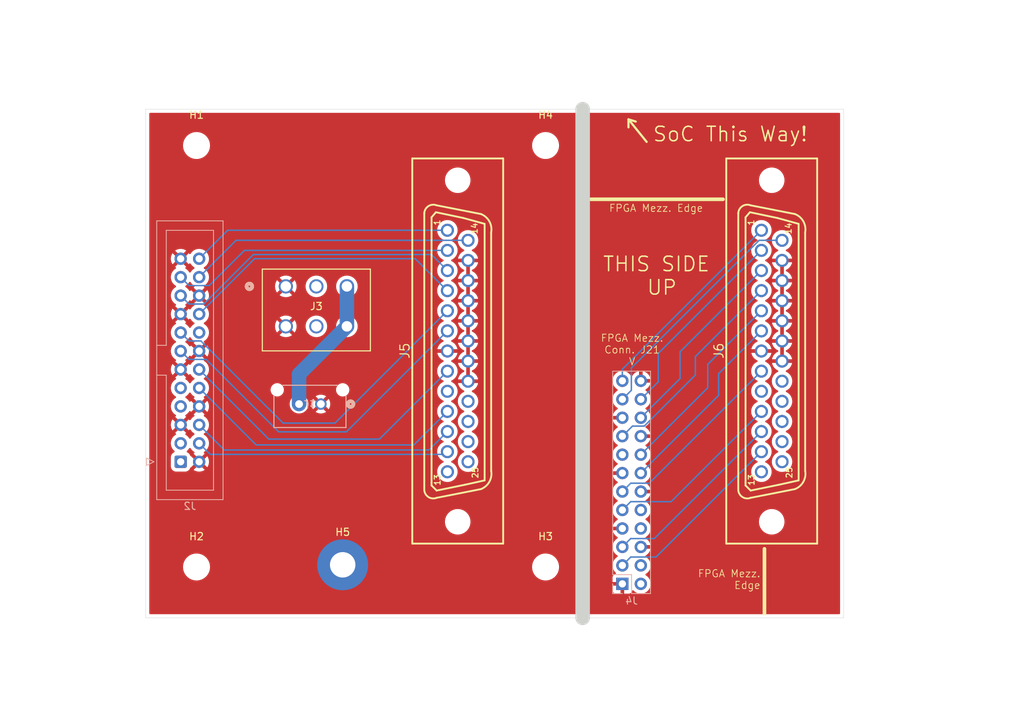
<source format=kicad_pcb>
(kicad_pcb (version 20241229) (generator "pcbnew") (generator_version "9.0")
  (layers (0 "F.Cu" signal) (2 "B.Cu" signal) (13 "F.Paste" user) (15 "B.Paste" user) (5 "F.SilkS" user "F.Silkscreen") (7 "B.SilkS" user "B.Silkscreen") (1 "F.Mask" user) (3 "B.Mask" user) (25 "Edge.Cuts" user))
  (net 0 "")
  (net 1 "GND")
  (net 3 "/Fin_~{CLR}")
  (net 6 "/Fin_S1")
  (net 7 "/Fin_S4")
  (net 8 "/Fin_~{LDAC}")
  (net 11 "/Fin_SCLK")
  (net 12 "/Fin_S3")
  (net 13 "/Fin_S2")
  (net 14 "/Fin_~{RESET}")
  (net 15 "/Fin_S0")
  (net 16 "/Fin_COPI")
  (net 17 "/Fin_CS")
  (net 38 "/supplyP")
  (net 39 "/vcut_S2")
  (net 40 "/vcut_COPI")
  (net 41 "/vcut_SCLK")
  (net 42 "/vcut_~{CLR}")
  (net 43 "/vcut_~{LDAC}")
  (net 44 "/vcut_~{RESET}")
  (net 45 "/vcut_S1")
  (net 46 "/vcut_S3")
  (net 47 "/vcut_CS")
  (net 48 "/vcut_S4")
  (net 49 "/vcut_S0")
  (net 50 "GND_Vcut")
  (footprint "MountingHole:MountingHole_3.2mm_M3" (layer "F.Cu") (at 86 111)
    (property "Reference" "H2" (at 0 -4.2 0) (layer "F.SilkS"))
    (property "Value" "MountingHole")
    (pad "" np_thru_hole circle (at 0 0) (size 3.2 3.2) (drill 3.2) (layers "*.Cu" "*.Mask"))
  )
  (footprint "MountingHole:MountingHole_3.2mm_M3" (layer "F.Cu") (at 134 111)
    (property "Reference" "H3" (at 0 -4.2 0) (layer "F.SilkS"))
    (property "Value" "MountingHole")
    (pad "" np_thru_hole circle (at 0 0) (size 3.2 3.2) (drill 3.2) (layers "*.Cu" "*.Mask"))
  )
  (footprint "MountingHole:MountingHole_3.5mm_Pad" (layer "F.Cu") (at 106.1 110.7)
    (property "Reference" "H5" (at 0 -4.5 0) (layer "F.SilkS"))
    (property "Value" "MountingHole_Pad")
    (pad "1" thru_hole circle (at 0 0) (size 7 7) (drill 3.5) (layers "*.Cu" "*.Mask") (net 1 "GND"))
  )
  (footprint "DS1034-25FUNSI44:DSUB-TH_DS1034-25FUNSI44" (layer "F.Cu") (at 165.1 81.28 90)
    (property "Reference" "J6" (at 0.03015 -7.2719 90) (layer "F.SilkS") (effects (font (size 1.27 1.27))))
    (property "Value" "DB25_Socket")
    (fp_line (start 26.5001 -6.2499) (end -26.4998 -6.2499) (stroke (width 0.254)) (layer "F.SilkS"))
    (fp_line (start 26.5001 -6.2499) (end 26.5001 6.2499) (stroke (width 0.254)) (layer "F.SilkS"))
    (fp_line (start 19 -4.5999) (end -19 -4.5999) (stroke (width 0.254)) (layer "F.SilkS"))
    (fp_line (start 18.4 -3.5999) (end 19.1 -3) (stroke (width 0.254)) (layer "F.SilkS"))
    (fp_line (start -18.1 -3.5992) (end 18.4 -3.5999) (stroke (width 0.254)) (layer "F.SilkS"))
    (fp_line (start -18.4988 -3.5992) (end -18.1 -3.5992) (stroke (width 0.254)) (layer "F.SilkS"))
    (fp_line (start 19.1 -3) (end 18.2999 0.8001) (stroke (width 0.254)) (layer "F.SilkS"))
    (fp_line (start -19.1999 -2.9007) (end -18.4988 -3.5992) (stroke (width 0.254)) (layer "F.SilkS"))
    (fp_line (start 18.2999 0.8001) (end 17.5001 3.7) (stroke (width 0.254)) (layer "F.SilkS"))
    (fp_line (start -18.4 1) (end -19.1999 -2.9007) (stroke (width 0.254)) (layer "F.SilkS"))
    (fp_line (start 18.8488 3.1994) (end 20.0495 -2.9012) (stroke (width 0.254)) (layer "F.SilkS"))
    (fp_line (start -19 3.1999) (end -20.2006 -2.9007) (stroke (width 0.254)) (layer "F.SilkS"))
    (fp_line (start 17.5001 3.7) (end -17.8001 3.7) (stroke (width 0.254)) (layer "F.SilkS"))
    (fp_line (start -17.8001 3.7) (end -18.4 1) (stroke (width 0.254)) (layer "F.SilkS"))
    (fp_line (start 16.2999 4.5999) (end -16.4998 4.5999) (stroke (width 0.254)) (layer "F.SilkS"))
    (fp_line (start -26.4998 6.2499) (end -26.4998 -6.2499) (stroke (width 0.254)) (layer "F.SilkS"))
    (fp_line (start -26.4998 6.2499) (end 26.5001 6.2499) (stroke (width 0.254)) (layer "F.SilkS"))
    (fp_arc (start 18.9489 -4.6005) (mid 19.937002 -4.033988) (end 20.0487 -2.9005) (stroke (width 0.254)) (layer "F.SilkS"))
    (fp_arc (start -20.1999 -2.8999) (mid -20.088225 -4.033504) (end -19.1 -4.5999) (stroke (width 0.254)) (layer "F.SilkS"))
    (fp_arc (start 18.8467 3.2009) (mid 17.846209 4.346526) (end 16.3466 4.6009) (stroke (width 0.254)) (layer "F.SilkS"))
    (fp_arc (start -16.4978 4.6015) (mid -17.997446 4.347136) (end -18.9979 3.2014) (stroke (width 0.254)) (layer "F.SilkS"))
    (fp_text user "13" (at -18.5999 -3.2539 90) (layer "F.SilkS") (effects (font (size 0.8 0.8) (thickness 0.1501)) (justify left top)))
    (fp_text user "25" (at -17.5946 1.9457 90) (layer "F.SilkS") (effects (font (size 0.8 0.8) (thickness 0.1501)) (justify left top)))
    (fp_text user "14" (at 16 1.8462 90) (layer "F.SilkS") (effects (font (size 0.8 0.8) (thickness 0.1501)) (justify left top)))
    (fp_text user "1" (at 17.1983 -3.2943 90) (layer "F.SilkS") (effects (font (size 0.8 0.8) (thickness 0.1501)) (justify left top)))
    (pad "" np_thru_hole circle (at -23.5001 0 90) (size 3 3) (drill 3) (layers "*.Cu" "*.Mask"))
    (pad "" np_thru_hole circle (at 23.5001 0 90) (size 3 3) (drill 3) (layers "*.Cu" "*.Mask"))
    (pad "1" thru_hole oval (at 16.6192 -1.4199 90) (size 1.8 1.8) (drill 1.1998) (layers "*.Cu" "*.Mask") (net 45 "/vcut_S1"))
    (pad "2" thru_hole oval (at 13.8506 -1.4199 90) (size 1.8 1.8) (drill 1.1998) (layers "*.Cu" "*.Mask") (net 39 "/vcut_S2"))
    (pad "3" thru_hole oval (at 11.0795 -1.4199 90) (size 1.8 1.8) (drill 1.1998) (layers "*.Cu" "*.Mask") (net 47 "/vcut_CS"))
    (pad "4" thru_hole oval (at 8.3109 -1.4199 90) (size 1.8 1.8) (drill 1.1998) (layers "*.Cu" "*.Mask") (net 41 "/vcut_SCLK"))
    (pad "5" thru_hole oval (at 5.5397 -1.4199 90) (size 1.8 1.8) (drill 1.1998) (layers "*.Cu" "*.Mask") (net 46 "/vcut_S3"))
    (pad "6" thru_hole oval (at 2.7686 -1.4199 90) (size 1.8 1.8) (drill 1.1998) (layers "*.Cu" "*.Mask") (net 48 "/vcut_S4"))
    (pad "7" thru_hole oval (at 0 -1.4199 90) (size 1.8 1.8) (drill 1.1998) (layers "*.Cu" "*.Mask") (net 50 "GND_Vcut"))
    (pad "8" thru_hole oval (at -2.7711 -1.4199 90) (size 1.8 1.8) (drill 1.1998) (layers "*.Cu" "*.Mask") (net 40 "/vcut_COPI"))
    (pad "9" thru_hole oval (at -5.5397 -1.4201 90) (size 1.8 1.8) (drill 1.1998) (layers "*.Cu" "*.Mask"))
    (pad "10" thru_hole oval (at -8.3109 -1.4199 90) (size 1.8 1.8) (drill 1.1998) (layers "*.Cu" "*.Mask") (net 42 "/vcut_~{CLR}"))
    (pad "11" thru_hole oval (at -11.0795 -1.4199 90) (size 1.8 1.8) (drill 1.1998) (layers "*.Cu" "*.Mask") (net 44 "/vcut_~{RESET}"))
    (pad "12" thru_hole oval (at -13.8506 -1.4199 90) (size 1.8 1.8) (drill 1.1998) (layers "*.Cu" "*.Mask") (net 43 "/vcut_~{LDAC}"))
    (pad "13" thru_hole oval (at -16.6192 -1.4173 90) (size 1.8 1.8) (drill 1.1998) (layers "*.Cu" "*.Mask"))
    (pad "14" thru_hole oval (at 15.2349 1.4201 270) (size 1.8 1.8) (drill 1.1998) (layers "*.Cu" "*.Mask") (net 49 "/vcut_S0"))
    (pad "15" thru_hole oval (at 12.465 1.4201 270) (size 1.8 1.8) (drill 1.1998) (layers "*.Cu" "*.Mask") (net 50 "GND_Vcut"))
    (pad "16" thru_hole oval (at 9.6949 1.4201 270) (size 1.8 1.8) (drill 1.1998) (layers "*.Cu" "*.Mask") (net 50 "GND_Vcut"))
    (pad "17" thru_hole oval (at 6.9251 1.4201 270) (size 1.8 1.8) (drill 1.1998) (layers "*.Cu" "*.Mask") (net 50 "GND_Vcut"))
    (pad "18" thru_hole oval (at 4.1549 1.4201 270) (size 1.8 1.8) (drill 1.1998) (layers "*.Cu" "*.Mask") (net 50 "GND_Vcut"))
    (pad "19" thru_hole oval (at 1.3851 1.4201 270) (size 1.8 1.8) (drill 1.1998) (layers "*.Cu" "*.Mask") (net 50 "GND_Vcut"))
    (pad "20" thru_hole oval (at -1.3851 1.4201 270) (size 1.8 1.8) (drill 1.1998) (layers "*.Cu" "*.Mask") (net 50 "GND_Vcut"))
    (pad "21" thru_hole oval (at -4.1549 1.4201 270) (size 1.8 1.8) (drill 1.1998) (layers "*.Cu" "*.Mask"))
    (pad "22" thru_hole oval (at -6.9251 1.4201 270) (size 1.8 1.8) (drill 1.1998) (layers "*.Cu" "*.Mask"))
    (pad "23" thru_hole oval (at -9.6949 1.4201 270) (size 1.8 1.8) (drill 1.1998) (layers "*.Cu" "*.Mask"))
    (pad "24" thru_hole oval (at -12.465 1.4201 270) (size 1.8 1.8) (drill 1.1998) (layers "*.Cu" "*.Mask"))
    (pad "25" thru_hole oval (at -15.2349 1.4201 270) (size 1.8 1.8) (drill 1.1998) (layers "*.Cu" "*.Mask"))
  )
  (footprint "MountingHole:MountingHole_3.2mm_M3" (layer "F.Cu") (at 134 53)
    (property "Reference" "H4" (at 0 -4.2 0) (layer "F.SilkS"))
    (property "Value" "MountingHole")
    (pad "" np_thru_hole circle (at 0 0) (size 3.2 3.2) (drill 3.2) (layers "*.Cu" "*.Mask"))
  )
  (footprint "MountingHole:MountingHole_3.2mm_M3" (layer "F.Cu") (at 86 53)
    (property "Reference" "H1" (at 0 -4.2 0) (layer "F.SilkS"))
    (property "Value" "MountingHole")
    (pad "" np_thru_hole circle (at 0 0) (size 3.2 3.2) (drill 3.2) (layers "*.Cu" "*.Mask"))
  )
  (footprint "39281063:CONN_SD-5566-002_06_MOL" (layer "F.Cu") (at 98.280002 72.385101)
    (property "Reference" "J3" (at 4.199999 2.75 0) (layer "F.SilkS"))
    (property "Value" "Molex6")
    (fp_line (start -3.229501 -2.377001) (end -3.229501 8.875199) (stroke (width 0.1524)) (layer "F.SilkS"))
    (fp_line (start -3.229501 8.875199) (end 11.629499 8.875199) (stroke (width 0.1524)) (layer "F.SilkS"))
    (fp_line (start 11.629499 -2.377001) (end -3.229501 -2.377001) (stroke (width 0.1524)) (layer "F.SilkS"))
    (fp_line (start 11.629499 8.875199) (end 11.629499 -2.377001) (stroke (width 0.1524)) (layer "F.SilkS"))
    (fp_circle (center -5.007501 0) (end -4.626501 0) (stroke (width 0.508)) (fill no) (layer "F.SilkS"))
    (fp_circle (center -5.007501 0) (end -4.626501 0) (stroke (width 0.508)) (fill no) (layer "B.SilkS"))
    (pad "1" thru_hole circle (at 0 0) (size 1.9558 1.9558) (drill 1.4478) (layers "*.Cu" "*.Mask") (net 1 "GND"))
    (pad "2" thru_hole circle (at 4.199999 0) (size 1.9558 1.9558) (drill 1.4478) (layers "*.Cu" "*.Mask"))
    (pad "3" thru_hole circle (at 8.399998 0) (size 1.9558 1.9558) (drill 1.4478) (layers "*.Cu" "*.Mask") (net 38 "/supplyP"))
    (pad "4" thru_hole circle (at 0 5.499999) (size 1.9558 1.9558) (drill 1.4478) (layers "*.Cu" "*.Mask") (net 1 "GND"))
    (pad "5" thru_hole circle (at 4.199999 5.499999) (size 1.9558 1.9558) (drill 1.4478) (layers "*.Cu" "*.Mask"))
    (pad "6" thru_hole circle (at 8.399998 5.499999) (size 1.9558 1.9558) (drill 1.4478) (layers "*.Cu" "*.Mask") (net 38 "/supplyP"))
  )
  (footprint "DS1034-25FUNSI44:DSUB-TH_DS1034-25FUNSI44" (layer "F.Cu") (at 121.92 81.28 90)
    (property "Reference" "J5" (at 0.03015 -7.2719 90) (layer "F.SilkS") (effects (font (size 1.27 1.27))))
    (property "Value" "DB25_Socket")
    (fp_line (start 26.5001 -6.2499) (end -26.4998 -6.2499) (stroke (width 0.254)) (layer "F.SilkS"))
    (fp_line (start 26.5001 -6.2499) (end 26.5001 6.2499) (stroke (width 0.254)) (layer "F.SilkS"))
    (fp_line (start 19 -4.5999) (end -19 -4.5999) (stroke (width 0.254)) (layer "F.SilkS"))
    (fp_line (start 18.4 -3.5999) (end 19.1 -3) (stroke (width 0.254)) (layer "F.SilkS"))
    (fp_line (start -18.1 -3.5992) (end 18.4 -3.5999) (stroke (width 0.254)) (layer "F.SilkS"))
    (fp_line (start -18.4988 -3.5992) (end -18.1 -3.5992) (stroke (width 0.254)) (layer "F.SilkS"))
    (fp_line (start 19.1 -3) (end 18.2999 0.8001) (stroke (width 0.254)) (layer "F.SilkS"))
    (fp_line (start -19.1999 -2.9007) (end -18.4988 -3.5992) (stroke (width 0.254)) (layer "F.SilkS"))
    (fp_line (start 18.2999 0.8001) (end 17.5001 3.7) (stroke (width 0.254)) (layer "F.SilkS"))
    (fp_line (start -18.4 1) (end -19.1999 -2.9007) (stroke (width 0.254)) (layer "F.SilkS"))
    (fp_line (start 18.8488 3.1994) (end 20.0495 -2.9012) (stroke (width 0.254)) (layer "F.SilkS"))
    (fp_line (start -19 3.1999) (end -20.2006 -2.9007) (stroke (width 0.254)) (layer "F.SilkS"))
    (fp_line (start 17.5001 3.7) (end -17.8001 3.7) (stroke (width 0.254)) (layer "F.SilkS"))
    (fp_line (start -17.8001 3.7) (end -18.4 1) (stroke (width 0.254)) (layer "F.SilkS"))
    (fp_line (start 16.2999 4.5999) (end -16.4998 4.5999) (stroke (width 0.254)) (layer "F.SilkS"))
    (fp_line (start -26.4998 6.2499) (end -26.4998 -6.2499) (stroke (width 0.254)) (layer "F.SilkS"))
    (fp_line (start -26.4998 6.2499) (end 26.5001 6.2499) (stroke (width 0.254)) (layer "F.SilkS"))
    (fp_arc (start 18.9489 -4.6005) (mid 19.937002 -4.033988) (end 20.0487 -2.9005) (stroke (width 0.254)) (layer "F.SilkS"))
    (fp_arc (start -20.1999 -2.8999) (mid -20.088225 -4.033504) (end -19.1 -4.5999) (stroke (width 0.254)) (layer "F.SilkS"))
    (fp_arc (start 18.8467 3.2009) (mid 17.846209 4.346526) (end 16.3466 4.6009) (stroke (width 0.254)) (layer "F.SilkS"))
    (fp_arc (start -16.4978 4.6015) (mid -17.997446 4.347136) (end -18.9979 3.2014) (stroke (width 0.254)) (layer "F.SilkS"))
    (fp_text user "1" (at 17.1983 -3.2943 90) (layer "F.SilkS") (effects (font (size 0.8 0.8) (thickness 0.1501)) (justify left top)))
    (fp_text user "25" (at -17.5946 1.9457 90) (layer "F.SilkS") (effects (font (size 0.8 0.8) (thickness 0.1501)) (justify left top)))
    (fp_text user "13" (at -18.5999 -3.2539 90) (layer "F.SilkS") (effects (font (size 0.8 0.8) (thickness 0.1501)) (justify left top)))
    (fp_text user "14" (at 16 1.8462 90) (layer "F.SilkS") (effects (font (size 0.8 0.8) (thickness 0.1501)) (justify left top)))
    (pad "" np_thru_hole circle (at -23.5001 0 90) (size 3 3) (drill 3) (layers "*.Cu" "*.Mask"))
    (pad "" np_thru_hole circle (at 23.5001 0 90) (size 3 3) (drill 3) (layers "*.Cu" "*.Mask"))
    (pad "1" thru_hole oval (at 16.6192 -1.4199 90) (size 1.8 1.8) (drill 1.1998) (layers "*.Cu" "*.Mask") (net 6 "/Fin_S1"))
    (pad "2" thru_hole oval (at 13.8506 -1.4199 90) (size 1.8 1.8) (drill 1.1998) (layers "*.Cu" "*.Mask") (net 13 "/Fin_S2"))
    (pad "3" thru_hole oval (at 11.0795 -1.4199 90) (size 1.8 1.8) (drill 1.1998) (layers "*.Cu" "*.Mask") (net 17 "/Fin_CS"))
    (pad "4" thru_hole oval (at 8.3109 -1.4199 90) (size 1.8 1.8) (drill 1.1998) (layers "*.Cu" "*.Mask") (net 11 "/Fin_SCLK"))
    (pad "5" thru_hole oval (at 5.5397 -1.4199 90) (size 1.8 1.8) (drill 1.1998) (layers "*.Cu" "*.Mask") (net 12 "/Fin_S3"))
    (pad "6" thru_hole oval (at 2.7686 -1.4199 90) (size 1.8 1.8) (drill 1.1998) (layers "*.Cu" "*.Mask") (net 7 "/Fin_S4"))
    (pad "7" thru_hole oval (at 0 -1.4199 90) (size 1.8 1.8) (drill 1.1998) (layers "*.Cu" "*.Mask") (net 1 "GND"))
    (pad "8" thru_hole oval (at -2.7711 -1.4199 90) (size 1.8 1.8) (drill 1.1998) (layers "*.Cu" "*.Mask") (net 16 "/Fin_COPI"))
    (pad "9" thru_hole oval (at -5.5397 -1.4201 90) (size 1.8 1.8) (drill 1.1998) (layers "*.Cu" "*.Mask"))
    (pad "10" thru_hole oval (at -8.3109 -1.4199 90) (size 1.8 1.8) (drill 1.1998) (layers "*.Cu" "*.Mask") (net 3 "/Fin_~{CLR}"))
    (pad "11" thru_hole oval (at -11.0795 -1.4199 90) (size 1.8 1.8) (drill 1.1998) (layers "*.Cu" "*.Mask") (net 14 "/Fin_~{RESET}"))
    (pad "12" thru_hole oval (at -13.8506 -1.4199 90) (size 1.8 1.8) (drill 1.1998) (layers "*.Cu" "*.Mask") (net 8 "/Fin_~{LDAC}"))
    (pad "13" thru_hole oval (at -16.6192 -1.4173 90) (size 1.8 1.8) (drill 1.1998) (layers "*.Cu" "*.Mask"))
    (pad "14" thru_hole oval (at 15.2349 1.4201 270) (size 1.8 1.8) (drill 1.1998) (layers "*.Cu" "*.Mask") (net 15 "/Fin_S0"))
    (pad "15" thru_hole oval (at 12.465 1.4201 270) (size 1.8 1.8) (drill 1.1998) (layers "*.Cu" "*.Mask") (net 1 "GND"))
    (pad "16" thru_hole oval (at 9.6949 1.4201 270) (size 1.8 1.8) (drill 1.1998) (layers "*.Cu" "*.Mask") (net 1 "GND"))
    (pad "17" thru_hole oval (at 6.9251 1.4201 270) (size 1.8 1.8) (drill 1.1998) (layers "*.Cu" "*.Mask") (net 1 "GND"))
    (pad "18" thru_hole oval (at 4.1549 1.4201 270) (size 1.8 1.8) (drill 1.1998) (layers "*.Cu" "*.Mask") (net 1 "GND"))
    (pad "19" thru_hole oval (at 1.3851 1.4201 270) (size 1.8 1.8) (drill 1.1998) (layers "*.Cu" "*.Mask") (net 1 "GND"))
    (pad "20" thru_hole oval (at -1.3851 1.4201 270) (size 1.8 1.8) (drill 1.1998) (layers "*.Cu" "*.Mask") (net 1 "GND"))
    (pad "21" thru_hole oval (at -4.1549 1.4201 270) (size 1.8 1.8) (drill 1.1998) (layers "*.Cu" "*.Mask") (net 1 "GND"))
    (pad "22" thru_hole oval (at -6.9251 1.4201 270) (size 1.8 1.8) (drill 1.1998) (layers "*.Cu" "*.Mask"))
    (pad "23" thru_hole oval (at -9.6949 1.4201 270) (size 1.8 1.8) (drill 1.1998) (layers "*.Cu" "*.Mask"))
    (pad "24" thru_hole oval (at -12.465 1.4201 270) (size 1.8 1.8) (drill 1.1998) (layers "*.Cu" "*.Mask"))
    (pad "25" thru_hole oval (at -15.2349 1.4201 270) (size 1.8 1.8) (drill 1.1998) (layers "*.Cu" "*.Mask"))
  )
  (footprint "Connector_IDC:IDC-Header_2x12_P2.54mm_Vertical" (layer "B.Cu") (at 83.82 96.52)
    (property "Reference" "J2" (at 1.27 6.1 180) (layer "B.SilkS") (effects (justify mirror)))
    (property "Value" "Conn_02x12_Odd_Even")
    (fp_line (start -4.68 -0.5) (end -3.68 0) (stroke (width 0.12)) (layer "B.SilkS"))
    (fp_line (start -4.68 0.5) (end -4.68 -0.5) (stroke (width 0.12)) (layer "B.SilkS"))
    (fp_line (start -3.68 0) (end -4.68 0.5) (stroke (width 0.12)) (layer "B.SilkS"))
    (fp_line (start -3.29 -33.15) (end -3.29 5.21) (stroke (width 0.12)) (layer "B.SilkS"))
    (fp_line (start -3.29 -11.92) (end -1.98 -11.92) (stroke (width 0.12)) (layer "B.SilkS"))
    (fp_line (start -3.29 5.21) (end 5.83 5.21) (stroke (width 0.12)) (layer "B.SilkS"))
    (fp_line (start -1.98 -31.85) (end -1.98 -16.02) (stroke (width 0.12)) (layer "B.SilkS"))
    (fp_line (start -1.98 -16.02) (end -3.29 -16.02) (stroke (width 0.12)) (layer "B.SilkS"))
    (fp_line (start -1.98 -16.02) (end -1.98 -16.02) (stroke (width 0.12)) (layer "B.SilkS"))
    (fp_line (start -1.98 -11.92) (end -1.98 3.91) (stroke (width 0.12)) (layer "B.SilkS"))
    (fp_line (start -1.98 3.91) (end 4.52 3.91) (stroke (width 0.12)) (layer "B.SilkS"))
    (fp_line (start 4.52 -31.85) (end -1.98 -31.85) (stroke (width 0.12)) (layer "B.SilkS"))
    (fp_line (start 4.52 3.91) (end 4.52 -31.85) (stroke (width 0.12)) (layer "B.SilkS"))
    (fp_line (start 5.83 -33.15) (end -3.29 -33.15) (stroke (width 0.12)) (layer "B.SilkS"))
    (fp_line (start 5.83 5.21) (end 5.83 -33.15) (stroke (width 0.12)) (layer "B.SilkS"))
    (pad "1" thru_hole roundrect (at 0 0) (size 1.7 1.7) (drill 1) (layers "*.Cu" "*.Mask") (roundrect_rratio 0.147059))
    (pad "2" thru_hole circle (at 2.54 0) (size 1.7 1.7) (drill 1) (layers "*.Cu" "*.Mask") (net 1 "GND"))
    (pad "3" thru_hole circle (at 0 -2.54) (size 1.7 1.7) (drill 1) (layers "*.Cu" "*.Mask"))
    (pad "4" thru_hole circle (at 2.54 -2.54) (size 1.7 1.7) (drill 1) (layers "*.Cu" "*.Mask") (net 8 "/Fin_~{LDAC}"))
    (pad "5" thru_hole circle (at 0 -5.08) (size 1.7 1.7) (drill 1) (layers "*.Cu" "*.Mask") (net 1 "GND"))
    (pad "6" thru_hole circle (at 2.54 -5.08) (size 1.7 1.7) (drill 1) (layers "*.Cu" "*.Mask") (net 14 "/Fin_~{RESET}"))
    (pad "7" thru_hole circle (at 0 -7.62) (size 1.7 1.7) (drill 1) (layers "*.Cu" "*.Mask"))
    (pad "8" thru_hole circle (at 2.54 -7.62) (size 1.7 1.7) (drill 1) (layers "*.Cu" "*.Mask") (net 1 "GND"))
    (pad "9" thru_hole circle (at 0 -10.16) (size 1.7 1.7) (drill 1) (layers "*.Cu" "*.Mask"))
    (pad "10" thru_hole circle (at 2.54 -10.16) (size 1.7 1.7) (drill 1) (layers "*.Cu" "*.Mask") (net 3 "/Fin_~{CLR}"))
    (pad "11" thru_hole circle (at 0 -12.7) (size 1.7 1.7) (drill 1) (layers "*.Cu" "*.Mask") (net 1 "GND"))
    (pad "12" thru_hole circle (at 2.54 -12.7) (size 1.7 1.7) (drill 1) (layers "*.Cu" "*.Mask") (net 16 "/Fin_COPI"))
    (pad "13" thru_hole circle (at 0 -15.24) (size 1.7 1.7) (drill 1) (layers "*.Cu" "*.Mask") (net 7 "/Fin_S4"))
    (pad "14" thru_hole circle (at 2.54 -15.24) (size 1.7 1.7) (drill 1) (layers "*.Cu" "*.Mask") (net 1 "GND"))
    (pad "15" thru_hole circle (at 0 -17.78) (size 1.7 1.7) (drill 1) (layers "*.Cu" "*.Mask") (net 12 "/Fin_S3"))
    (pad "16" thru_hole circle (at 2.54 -17.78) (size 1.7 1.7) (drill 1) (layers "*.Cu" "*.Mask"))
    (pad "17" thru_hole circle (at 0 -20.32) (size 1.7 1.7) (drill 1) (layers "*.Cu" "*.Mask") (net 1 "GND"))
    (pad "18" thru_hole circle (at 2.54 -20.32) (size 1.7 1.7) (drill 1) (layers "*.Cu" "*.Mask") (net 11 "/Fin_SCLK"))
    (pad "19" thru_hole circle (at 0 -22.86) (size 1.7 1.7) (drill 1) (layers "*.Cu" "*.Mask") (net 17 "/Fin_CS"))
    (pad "20" thru_hole circle (at 2.54 -22.86) (size 1.7 1.7) (drill 1) (layers "*.Cu" "*.Mask") (net 1 "GND"))
    (pad "21" thru_hole circle (at 0 -25.4) (size 1.7 1.7) (drill 1) (layers "*.Cu" "*.Mask") (net 13 "/Fin_S2"))
    (pad "22" thru_hole circle (at 2.54 -25.4) (size 1.7 1.7) (drill 1) (layers "*.Cu" "*.Mask") (net 15 "/Fin_S0"))
    (pad "23" thru_hole circle (at 0 -27.94) (size 1.7 1.7) (drill 1) (layers "*.Cu" "*.Mask") (net 1 "GND"))
    (pad "24" thru_hole circle (at 2.54 -27.94) (size 1.7 1.7) (drill 1) (layers "*.Cu" "*.Mask") (net 6 "/Fin_S1"))
  )
  (footprint "Connector_PinHeader_2.54mm:PinHeader_2x12_P2.54mm_Vertical" (layer "B.Cu") (at 144.56 113.32)
    (property "Reference" "J4" (at 1.27 2.33 180) (layer "B.SilkS") (effects (justify mirror)))
    (property "Value" "Conn_02x12_Odd_Even")
    (fp_line (start -1.33 -29.27) (end 3.87 -29.27) (stroke (width 0.12)) (layer "B.SilkS"))
    (fp_line (start -1.33 -1.27) (end -1.33 -29.27) (stroke (width 0.12)) (layer "B.SilkS"))
    (fp_line (start -1.33 -1.27) (end 1.27 -1.27) (stroke (width 0.12)) (layer "B.SilkS"))
    (fp_line (start -1.33 0) (end -1.33 1.33) (stroke (width 0.12)) (layer "B.SilkS"))
    (fp_line (start -1.33 1.33) (end 0 1.33) (stroke (width 0.12)) (layer "B.SilkS"))
    (fp_line (start 1.27 -1.27) (end 1.27 1.33) (stroke (width 0.12)) (layer "B.SilkS"))
    (fp_line (start 1.27 1.33) (end 3.87 1.33) (stroke (width 0.12)) (layer "B.SilkS"))
    (fp_line (start 3.87 1.33) (end 3.87 -29.27) (stroke (width 0.12)) (layer "B.SilkS"))
    (pad "1" thru_hole rect (at 0 0) (size 1.7 1.7) (drill 1) (layers "*.Cu" "*.Mask") (net 50 "GND_Vcut"))
    (pad "2" thru_hole oval (at 2.54 0) (size 1.7 1.7) (drill 1) (layers "*.Cu" "*.Mask"))
    (pad "3" thru_hole oval (at 0 -2.54) (size 1.7 1.7) (drill 1) (layers "*.Cu" "*.Mask") (net 43 "/vcut_~{LDAC}"))
    (pad "4" thru_hole oval (at 2.54 -2.54) (size 1.7 1.7) (drill 1) (layers "*.Cu" "*.Mask"))
    (pad "5" thru_hole oval (at 0 -5.08) (size 1.7 1.7) (drill 1) (layers "*.Cu" "*.Mask") (net 44 "/vcut_~{RESET}"))
    (pad "6" thru_hole oval (at 2.54 -5.08) (size 1.7 1.7) (drill 1) (layers "*.Cu" "*.Mask") (net 50 "GND_Vcut"))
    (pad "7" thru_hole oval (at 0 -7.62) (size 1.7 1.7) (drill 1) (layers "*.Cu" "*.Mask") (net 50 "GND_Vcut"))
    (pad "8" thru_hole oval (at 2.54 -7.62) (size 1.7 1.7) (drill 1) (layers "*.Cu" "*.Mask"))
    (pad "9" thru_hole oval (at 0 -10.16) (size 1.7 1.7) (drill 1) (layers "*.Cu" "*.Mask") (net 42 "/vcut_~{CLR}"))
    (pad "10" thru_hole oval (at 2.54 -10.16) (size 1.7 1.7) (drill 1) (layers "*.Cu" "*.Mask"))
    (pad "11" thru_hole oval (at 0 -12.7) (size 1.7 1.7) (drill 1) (layers "*.Cu" "*.Mask") (net 40 "/vcut_COPI"))
    (pad "12" thru_hole oval (at 2.54 -12.7) (size 1.7 1.7) (drill 1) (layers "*.Cu" "*.Mask") (net 50 "GND_Vcut"))
    (pad "13" thru_hole oval (at 0 -15.24) (size 1.7 1.7) (drill 1) (layers "*.Cu" "*.Mask") (net 50 "GND_Vcut"))
    (pad "14" thru_hole oval (at 2.54 -15.24) (size 1.7 1.7) (drill 1) (layers "*.Cu" "*.Mask") (net 48 "/vcut_S4"))
    (pad "15" thru_hole oval (at 0 -17.78) (size 1.7 1.7) (drill 1) (layers "*.Cu" "*.Mask"))
    (pad "16" thru_hole oval (at 2.54 -17.78) (size 1.7 1.7) (drill 1) (layers "*.Cu" "*.Mask") (net 46 "/vcut_S3"))
    (pad "17" thru_hole oval (at 0 -20.32) (size 1.7 1.7) (drill 1) (layers "*.Cu" "*.Mask") (net 41 "/vcut_SCLK"))
    (pad "18" thru_hole oval (at 2.54 -20.32) (size 1.7 1.7) (drill 1) (layers "*.Cu" "*.Mask") (net 50 "GND_Vcut"))
    (pad "19" thru_hole oval (at 0 -22.86) (size 1.7 1.7) (drill 1) (layers "*.Cu" "*.Mask") (net 50 "GND_Vcut"))
    (pad "20" thru_hole oval (at 2.54 -22.86) (size 1.7 1.7) (drill 1) (layers "*.Cu" "*.Mask") (net 47 "/vcut_CS"))
    (pad "21" thru_hole oval (at 0 -25.4) (size 1.7 1.7) (drill 1) (layers "*.Cu" "*.Mask") (net 49 "/vcut_S0"))
    (pad "22" thru_hole oval (at 2.54 -25.4) (size 1.7 1.7) (drill 1) (layers "*.Cu" "*.Mask") (net 39 "/vcut_S2"))
    (pad "23" thru_hole oval (at 0 -27.94) (size 1.7 1.7) (drill 1) (layers "*.Cu" "*.Mask") (net 45 "/vcut_S1"))
    (pad "24" thru_hole oval (at 2.54 -27.94) (size 1.7 1.7) (drill 1) (layers "*.Cu" "*.Mask") (net 50 "GND_Vcut"))
  )
  (footprint "ul_436500215:CONN_SD-43650-006_02_MOL" (layer "B.Cu") (at 101.6 88.9)
    (property "Reference" "J1" (at 0 -0.318699 180) (layer "B.SilkS") (effects (justify mirror)))
    (property "Value" "Molex Microfit")
    (fp_circle (center 5.588 -0.318699) (end 5.969 -0.318699) (stroke (width 0.508)) (fill no) (layer "F.SilkS"))
    (fp_line (start -4.953 2.9083) (end -4.953 -1.394892) (stroke (width 0.1524)) (layer "B.SilkS"))
    (fp_line (start -3.731929 -2.9083) (end 3.731929 -2.9083) (stroke (width 0.1524)) (layer "B.SilkS"))
    (fp_line (start 4.953 -1.394892) (end 4.953 2.9083) (stroke (width 0.1524)) (layer "B.SilkS"))
    (fp_line (start 4.953 2.9083) (end -4.953 2.9083) (stroke (width 0.1524)) (layer "B.SilkS"))
    (fp_circle (center 5.588 -0.318699) (end 5.969 -0.318699) (stroke (width 0.508)) (fill no) (layer "B.SilkS"))
    (pad "" np_thru_hole circle (at -4.499999 -2.2787) (size 1.3208 1.3208) (drill 1.3208) (layers "*.Cu" "*.Mask"))
    (pad "" np_thru_hole circle (at 4.499999 -2.2787) (size 1.3208 1.3208) (drill 1.3208) (layers "*.Cu" "*.Mask"))
    (pad "1" thru_hole circle (at 1.5 -0.318699) (size 1.5748 1.5748) (drill 1.0668) (layers "*.Cu" "*.Mask") (net 1 "GND"))
    (pad "2" thru_hole circle (at -1.5 -0.318699) (size 1.5748 1.5748) (drill 1.0668) (layers "*.Cu" "*.Mask") (net 38 "/supplyP"))
  )
  (gr_line (start 164.1 117.4) (end 164.1 108.5) (stroke (width 0.5)) (layer "F.SilkS"))
  (gr_line (start 145.4 49.4) (end 146.4 49.7) (stroke (width 0.3)) (layer "F.SilkS"))
  (gr_line (start 145.4 49.4) (end 145.4 50.5) (stroke (width 0.3)) (layer "F.SilkS"))
  (gr_line (start 147.9 52.5) (end 145.4 49.4) (stroke (width 0.3)) (layer "F.SilkS"))
  (gr_line (start 140.2 60.4) (end 158.4 60.4) (stroke (width 0.5)) (layer "F.SilkS"))
  (gr_rect (start 79 48) (end 175 118) (stroke (width 0.05)) (fill no) (layer "Edge.Cuts"))
  (gr_line (start 139.1 118) (end 139.1 48) (stroke (width 2)) (layer "Edge.Cuts"))
  (gr_text "FPGA Mezz. Edge" (at 149.2 62.2 0) (layer "F.SilkS") (effects (font (size 1 1) (thickness 0.1)) (justify bottom)))
  (gr_text "FPGA Mezz.\nConn. J21\nV" (at 145.9 83.3 0) (layer "F.SilkS") (effects (font (size 1 1) (thickness 0.1)) (justify bottom)))
  (gr_text "FPGA Mezz.\nEdge" (at 163.6 114.1 0) (layer "F.SilkS") (effects (font (size 1 1) (thickness 0.1)) (justify right bottom)))
  (gr_text "SoC This Way!" (at 159.4 52.6 0) (layer "F.SilkS") (effects (font (size 2 2) (thickness 0.2)) (justify bottom)))
  (gr_text "THIS SIDE \nUP" (at 150 73.7 0) (layer "F.SilkS") (effects (font (size 2 2) (thickness 0.2)) (justify bottom)))
  (segment (start 86.36 86.36) (end 94.2 94.2) (width 0.2) (layer "B.Cu") (net 3))
  (segment (start 115.891 94.2) (end 120.5001 89.5909) (width 0.2) (layer "B.Cu") (net 3))
  (segment (start 94.2 94.2) (end 115.891 94.2) (width 0.2) (layer "B.Cu") (net 3))
  (segment (start 90.2792 64.6608) (end 120.5001 64.6608) (width 0.2) (layer "B.Cu") (net 6))
  (segment (start 86.36 68.58) (end 90.2792 64.6608) (width 0.2) (layer "B.Cu") (net 6))
  (segment (start 84.971 82.431) (end 87.329449 82.431) (width 0.2) (layer "B.Cu") (net 7))
  (segment (start 97.298449 92.4) (end 106.6115 92.4) (width 0.2) (layer "B.Cu") (net 7))
  (segment (start 83.82 81.28) (end 84.971 82.431) (width 0.2) (layer "B.Cu") (net 7))
  (segment (start 106.6115 92.4) (end 120.5001 78.5114) (width 0.2) (layer "B.Cu") (net 7))
  (segment (start 87.329449 82.431) (end 97.298449 92.4) (width 0.2) (layer "B.Cu") (net 7))
  (segment (start 87.88 95.5) (end 86.36 93.98) (width 0.2) (layer "B.Cu") (net 8))
  (segment (start 120.5001 95.1306) (end 120.1307 95.5) (width 0.2) (layer "B.Cu") (net 8))
  (segment (start 120.1307 95.5) (end 87.88 95.5) (width 0.2) (layer "B.Cu") (net 8))
  (segment (start 86.36 76.2) (end 93.98 68.58) (width 0.2) (layer "B.Cu") (net 11))
  (segment (start 120.4691 72.9691) (end 120.5001 72.9691) (width 0.2) (layer "B.Cu") (net 11))
  (segment (start 93.98 68.58) (end 116.08 68.58) (width 0.2) (layer "B.Cu") (net 11))
  (segment (start 116.08 68.58) (end 120.4691 72.9691) (width 0.2) (layer "B.Cu") (net 11))
  (segment (start 86.59876 79.891) (end 97.90776 91.2) (width 0.2) (layer "B.Cu") (net 12))
  (segment (start 97.90776 91.2) (end 105.0404 91.2) (width 0.2) (layer "B.Cu") (net 12))
  (segment (start 84.971 79.891) (end 86.59876 79.891) (width 0.2) (layer "B.Cu") (net 12))
  (segment (start 83.82 78.74) (end 84.971 79.891) (width 0.2) (layer "B.Cu") (net 12))
  (segment (start 105.0404 91.2) (end 120.5001 75.7403) (width 0.2) (layer "B.Cu") (net 12))
  (segment (start 87.749 72.271) (end 92.5906 67.4294) (width 0.2) (layer "B.Cu") (net 13))
  (segment (start 92.5906 67.4294) (end 120.5001 67.4294) (width 0.2) (layer "B.Cu") (net 13))
  (segment (start 83.82 71.12) (end 84.971 72.271) (width 0.2) (layer "B.Cu") (net 13))
  (segment (start 84.971 72.271) (end 87.749 72.271) (width 0.2) (layer "B.Cu") (net 13))
  (segment (start 117.9596 94.9) (end 120.5001 92.3595) (width 0.2) (layer "B.Cu") (net 14))
  (segment (start 86.36 91.44) (end 89.82 94.9) (width 0.2) (layer "B.Cu") (net 14))
  (segment (start 89.82 94.9) (end 117.9596 94.9) (width 0.2) (layer "B.Cu") (net 14))
  (segment (start 123.3401 66.0451) (end 91.4349 66.0451) (width 0.2) (layer "B.Cu") (net 15))
  (segment (start 91.4349 66.0451) (end 86.36 71.12) (width 0.2) (layer "B.Cu") (net 15))
  (segment (start 111.1512 93.4) (end 120.5001 84.0511) (width 0.2) (layer "B.Cu") (net 16))
  (segment (start 95.94 93.4) (end 111.1512 93.4) (width 0.2) (layer "B.Cu") (net 16))
  (segment (start 86.36 83.82) (end 95.94 93.4) (width 0.2) (layer "B.Cu") (net 16))
  (segment (start 93.8104 68) (end 86.9994 74.811) (width 0.2) (layer "B.Cu") (net 17))
  (segment (start 86.9994 74.811) (end 84.971 74.811) (width 0.2) (layer "B.Cu") (net 17))
  (segment (start 118.2996 68) (end 93.8104 68) (width 0.2) (layer "B.Cu") (net 17))
  (segment (start 120.5001 70.2005) (end 118.2996 68) (width 0.2) (layer "B.Cu") (net 17))
  (segment (start 84.971 74.811) (end 83.82 73.66) (width 0.2) (layer "B.Cu") (net 17))
  (segment (start 106.68 77.8851) (end 106.68 72.385101) (width 2) (layer "B.Cu") (net 38))
  (segment (start 100.1 88.581301) (end 100.1 84.4651) (width 2) (layer "B.Cu") (net 38))
  (segment (start 100.1 84.4651) (end 106.68 77.8851) (width 2) (layer "B.Cu") (net 38))
  (segment (start 149.5 85.52) (end 149.5 81.6095) (width 0.2) (layer "B.Cu") (net 39))
  (segment (start 149.5 81.6095) (end 163.6801 67.4294) (width 0.2) (layer "B.Cu") (net 39))
  (segment (start 147.1 87.92) (end 149.5 85.52) (width 0.2) (layer "B.Cu") (net 39))
  (segment (start 145.711 99.469) (end 148.2622 99.469) (width 0.2) (layer "B.Cu") (net 40))
  (segment (start 148.2622 99.469) (end 163.6801 84.0511) (width 0.2) (layer "B.Cu") (net 40))
  (segment (start 144.56 100.62) (end 145.711 99.469) (width 0.2) (layer "B.Cu") (net 40))
  (segment (start 147.57676 91.611) (end 154.598 84.58976) (width 0.2) (layer "B.Cu") (net 41))
  (segment (start 145.949 91.611) (end 147.57676 91.611) (width 0.2) (layer "B.Cu") (net 41))
  (segment (start 154.598 84.58976) (end 154.598 82.0512) (width 0.2) (layer "B.Cu") (net 41))
  (segment (start 144.56 93) (end 145.949 91.611) (width 0.2) (layer "B.Cu") (net 41))
  (segment (start 154.598 82.0512) (end 163.6801 72.9691) (width 0.2) (layer "B.Cu") (net 41))
  (segment (start 151.262 102.009) (end 163.6801 89.5909) (width 0.2) (layer "B.Cu") (net 42))
  (segment (start 144.56 103.16) (end 145.711 102.009) (width 0.2) (layer "B.Cu") (net 42))
  (segment (start 145.711 102.009) (end 151.262 102.009) (width 0.2) (layer "B.Cu") (net 42))
  (segment (start 144.56 110.78) (end 145.711 109.629) (width 0.2) (layer "B.Cu") (net 43))
  (segment (start 149.1817 109.629) (end 163.6801 95.1306) (width 0.2) (layer "B.Cu") (net 43))
  (segment (start 145.711 109.629) (end 149.1817 109.629) (width 0.2) (layer "B.Cu") (net 43))
  (segment (start 145.711 107.089) (end 148.9506 107.089) (width 0.2) (layer "B.Cu") (net 44))
  (segment (start 144.56 108.24) (end 145.711 107.089) (width 0.2) (layer "B.Cu") (net 44))
  (segment (start 148.9506 107.089) (end 163.6801 92.3595) (width 0.2) (layer "B.Cu") (net 44))
  (segment (start 144.56 85.38) (end 144.56 83.7809) (width 0.2) (layer "B.Cu") (net 45))
  (segment (start 144.56 83.7809) (end 163.6801 64.6608) (width 0.2) (layer "B.Cu") (net 45))
  (segment (start 147.1 95.54) (end 156.3 86.34) (width 0.2) (layer "B.Cu") (net 46))
  (segment (start 156.3 86.34) (end 156.3 83.1204) (width 0.2) (layer "B.Cu") (net 46))
  (segment (start 156.3 83.1204) (end 163.6801 75.7403) (width 0.2) (layer "B.Cu") (net 46))
  (segment (start 152.5 85.06) (end 152.5 81.3806) (width 0.2) (layer "B.Cu") (net 47))
  (segment (start 152.5 81.3806) (end 163.6801 70.2005) (width 0.2) (layer "B.Cu") (net 47))
  (segment (start 147.1 90.46) (end 152.5 85.06) (width 0.2) (layer "B.Cu") (net 47))
  (segment (start 157.8 87.38) (end 157.8 84.3915) (width 0.2) (layer "B.Cu") (net 48))
  (segment (start 147.1 98.08) (end 157.8 87.38) (width 0.2) (layer "B.Cu") (net 48))
  (segment (start 157.8 84.3915) (end 163.6801 78.5114) (width 0.2) (layer "B.Cu") (net 48))
  (segment (start 145.8 86.68) (end 145.8 83.611029) (width 0.2) (layer "B.Cu") (net 49))
  (segment (start 144.56 87.92) (end 145.8 86.68) (width 0.2) (layer "B.Cu") (net 49))
  (segment (start 163.365929 66.0451) (end 166.5201 66.0451) (width 0.2) (layer "B.Cu") (net 49))
  (segment (start 145.8 83.611029) (end 163.365929 66.0451) (width 0.2) (layer "B.Cu") (net 49))
  (zone (net 50) (net_name "GND_Vcut") (layer "F.Cu") (connect_pads (clearance 0.5)) (min_thickness 0.25) (fill yes (thermal_gap 0.5) (thermal_bridge_width 0.5))
    (polygon (pts (xy 199.606318 46.110871) (xy 139.5 46.8) (xy 139.5 118.7) (xy 199.806318 118.510871)))
  )
  (zone (net 1) (net_name "GND") (layer "F.Cu") (connect_pads (clearance 0.5)) (min_thickness 0.25) (fill yes (thermal_gap 0.5) (thermal_bridge_width 0.5))
    (polygon (pts (xy 138.9 46.8) (xy 78.74 45.72) (xy 78.74 119.38) (xy 139 118.7)))
  )
)
</source>
